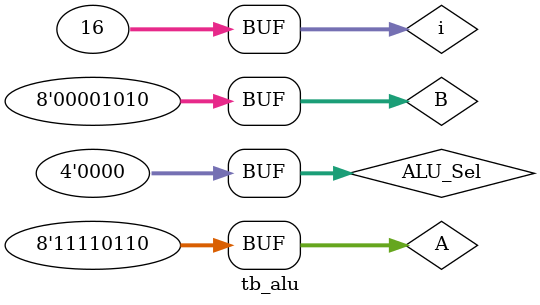
<source format=v>
module alu(
           input [7:0] A,B,                 
           input [3:0] ALU_Sel,
           output [7:0] ALU_Out, 
           output CarryOut // Carry Out Flag
    );
    reg [7:0] ALU_Result;     //As ALU_Result is assigned values so it should be reg not wire
    wire [8:0] tmp;
    assign ALU_Out = ALU_Result;
    assign tmp = {1'b0,A} + {1'b0,B};
    assign CarryOut = tmp[8]; // Carryout flag
    always @(*)
        case(ALU_Sel)
        4'b0000: 
           ALU_Result = A + B ; 
        4'b0001: 
           ALU_Result = A - B ;
        4'b0010:
           ALU_Result = A * B;
        4'b0011: 
           ALU_Result = A/B;
        4'b0100: 
           ALU_Result = A<<1;
         4'b0101:
           ALU_Result = A>>1;
         4'b0110: 
           ALU_Result = {A[6:0],A[7]};
         4'b0111:
           ALU_Result = {A[0],A[7:1]};
          4'b1000:
           ALU_Result = A & B;
          4'b1001: 
           ALU_Result = A | B;
          4'b1010: 
           ALU_Result = A ^ B;
          4'b1011:
           ALU_Result = ~(A | B);
          4'b1100:
           ALU_Result = ~(A & B);
          4'b1101: 
           ALU_Result = ~(A ^ B);
          4'b1110: 
           ALU_Result = (A>B)?8'd1:8'd0 ;
          4'b1111: 
            ALU_Result = (A==B)?8'd1:8'd0 ;
          default: ALU_Result = A + B ; 
         endcase;
endmodule


`timescale 1ns / 1ps  
module tb_alu;
 reg[7:0] A;
 reg[3:0] ALU_Sel;
 reg[7:0] B;      //B cannot be wire 
 wire[7:0] ALU_Out;
 wire Carryout;
 integer i;
 alu test_uut(
            .A(A),
            .B(B),
            .ALU_Sel(ALU_Sel),
            .ALU_Out(ALU_Out),
            .CarryOut(Carryout) // Carry Out Flag
     );
    initial begin
        $dumpfile("alua.vcd");
        $dumpvars(0, test_uut);     //Name of instance for module is test_uut
        A = 8'h0A;
        B = 8'h02;
        ALU_Sel = 4'h0;
        
        for (i=0;i<=15;i++)
        begin
        ALU_Sel = ALU_Sel + 8'h01;
        #10;
        end;
        
        A = 8'hF6;
        B = 8'h0A;
      
    end
endmodule
</source>
